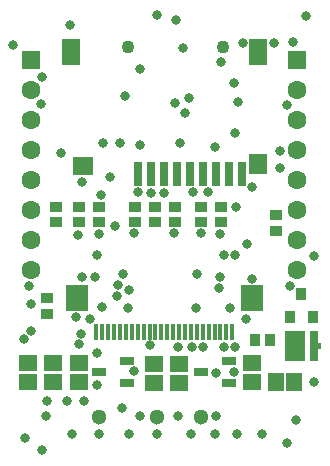
<source format=gts>
G04*
G04 #@! TF.GenerationSoftware,Altium Limited,Altium Designer,19.1.8 (144)*
G04*
G04 Layer_Color=8388736*
%FSLAX25Y25*%
%MOIN*%
G70*
G01*
G75*
%ADD16R,0.04528X0.02756*%
%ADD17R,0.05906X0.09055*%
%ADD18R,0.03150X0.07874*%
%ADD19R,0.06693X0.05906*%
%ADD20R,0.05906X0.06693*%
%ADD21R,0.03543X0.03937*%
%ADD22R,0.06693X0.09843*%
%ADD23R,0.02756X0.09843*%
%ADD24R,0.01575X0.05512*%
%ADD25R,0.07480X0.09055*%
%ADD26R,0.05906X0.05512*%
%ADD27R,0.05512X0.05906*%
%ADD28R,0.04134X0.03740*%
%ADD29R,0.03740X0.04134*%
%ADD30C,0.05118*%
%ADD31R,0.01772X0.02362*%
%ADD32C,0.04331*%
%ADD33R,0.06299X0.06299*%
%ADD34C,0.06299*%
%ADD35C,0.03150*%
D16*
X40827Y28740D02*
D03*
Y36220D02*
D03*
X31496Y32480D02*
D03*
X74547Y28740D02*
D03*
Y36220D02*
D03*
X65216Y32480D02*
D03*
D17*
X84252Y139173D02*
D03*
X22047D02*
D03*
D18*
X44291Y98622D02*
D03*
X48622D02*
D03*
X53150D02*
D03*
X57284D02*
D03*
X61614D02*
D03*
X65945D02*
D03*
X70276D02*
D03*
X74606D02*
D03*
X78937D02*
D03*
D19*
X25984Y101378D02*
D03*
D20*
X84252Y101772D02*
D03*
D21*
X98819Y58661D02*
D03*
X102559Y50787D02*
D03*
X95079D02*
D03*
D22*
X96595Y41339D02*
D03*
D23*
X103091D02*
D03*
D24*
X75787Y45965D02*
D03*
X73819D02*
D03*
X71850D02*
D03*
X67913D02*
D03*
X63976D02*
D03*
X52165D02*
D03*
X56102D02*
D03*
X60039D02*
D03*
X40354D02*
D03*
X44291D02*
D03*
X48228D02*
D03*
X32480D02*
D03*
X36417D02*
D03*
X34449D02*
D03*
X30512D02*
D03*
X46260D02*
D03*
X42323D02*
D03*
X38386D02*
D03*
X58071D02*
D03*
X54134D02*
D03*
X50197D02*
D03*
X62008D02*
D03*
X65945D02*
D03*
X69882D02*
D03*
D25*
X82284Y57284D02*
D03*
X23917Y57382D02*
D03*
D26*
X16142Y29331D02*
D03*
Y35630D02*
D03*
X82284Y35630D02*
D03*
Y29331D02*
D03*
X7677Y35630D02*
D03*
Y29331D02*
D03*
X57972Y28918D02*
D03*
Y35217D02*
D03*
X49547Y28918D02*
D03*
Y35217D02*
D03*
X24606Y29331D02*
D03*
Y35630D02*
D03*
D27*
X90217Y29331D02*
D03*
X96516D02*
D03*
D28*
X17058Y82480D02*
D03*
Y87599D02*
D03*
X31496Y82480D02*
D03*
Y87598D02*
D03*
X24606Y82480D02*
D03*
Y87598D02*
D03*
X90240Y84810D02*
D03*
Y79692D02*
D03*
X13922Y57146D02*
D03*
Y52028D02*
D03*
X56693Y82480D02*
D03*
Y87598D02*
D03*
X65256Y82480D02*
D03*
Y87598D02*
D03*
X72051Y82480D02*
D03*
Y87598D02*
D03*
X43307Y82480D02*
D03*
Y87598D02*
D03*
X49902Y82480D02*
D03*
Y87598D02*
D03*
D29*
X83268Y43307D02*
D03*
X88386D02*
D03*
D30*
X50669Y17716D02*
D03*
X65216Y17716D02*
D03*
X31496Y17716D02*
D03*
D31*
X104764Y41339D02*
D03*
D32*
X41142Y140748D02*
D03*
X72559D02*
D03*
D33*
X97441Y136614D02*
D03*
X8858D02*
D03*
D34*
X97441Y126614D02*
D03*
Y116614D02*
D03*
Y106614D02*
D03*
Y96614D02*
D03*
Y86614D02*
D03*
Y76614D02*
D03*
Y66614D02*
D03*
X8858Y126614D02*
D03*
Y116614D02*
D03*
Y106614D02*
D03*
Y96614D02*
D03*
Y86614D02*
D03*
Y76614D02*
D03*
Y66614D02*
D03*
D35*
X38922Y20620D02*
D03*
X30667Y28312D02*
D03*
X103114Y29238D02*
D03*
X95079Y61164D02*
D03*
X102958Y71362D02*
D03*
X31391Y78452D02*
D03*
X80614Y75299D02*
D03*
X65216Y78740D02*
D03*
X71755Y78676D02*
D03*
X2559Y141706D02*
D03*
X100260Y151168D02*
D03*
X18676Y105582D02*
D03*
X38386Y108824D02*
D03*
X20669Y22752D02*
D03*
X59332Y140666D02*
D03*
X12386Y130854D02*
D03*
X13923Y22752D02*
D03*
X57651Y17717D02*
D03*
X77093Y87518D02*
D03*
X25325Y45317D02*
D03*
X30690Y38878D02*
D03*
X57827Y40940D02*
D03*
X24606Y41761D02*
D03*
X48228Y41613D02*
D03*
X62205Y40940D02*
D03*
X65945Y41026D02*
D03*
X72876Y71449D02*
D03*
X63850Y54026D02*
D03*
X76378Y129016D02*
D03*
X76776Y112252D02*
D03*
X82283Y94323D02*
D03*
X77858Y122447D02*
D03*
X25689Y95787D02*
D03*
X42869Y33000D02*
D03*
X23655Y50867D02*
D03*
X8858Y55308D02*
D03*
X71755Y64275D02*
D03*
X74905Y53940D02*
D03*
X50787Y151416D02*
D03*
X89701Y142126D02*
D03*
X96114Y142598D02*
D03*
X57104Y149867D02*
D03*
X45079Y133688D02*
D03*
X40086Y124394D02*
D03*
X56693Y122095D02*
D03*
X76274Y32404D02*
D03*
X37816Y61645D02*
D03*
X37519Y57839D02*
D03*
X41038Y53822D02*
D03*
X41242Y60042D02*
D03*
X39321Y65373D02*
D03*
X28458Y50359D02*
D03*
X94051Y121614D02*
D03*
X91540Y106371D02*
D03*
X12186Y121774D02*
D03*
X6693Y10433D02*
D03*
X85630Y11811D02*
D03*
X77332D02*
D03*
X41217D02*
D03*
X61894D02*
D03*
X97192Y16416D02*
D03*
X21706Y148228D02*
D03*
X7928Y61164D02*
D03*
X22417Y11811D02*
D03*
X26378Y22752D02*
D03*
X72885Y40940D02*
D03*
X12243Y6496D02*
D03*
X94140Y8760D02*
D03*
X70045Y11811D02*
D03*
X50567D02*
D03*
X31363D02*
D03*
X13543Y17717D02*
D03*
X82405Y63535D02*
D03*
X76566Y71496D02*
D03*
X45079Y17717D02*
D03*
X6398Y43408D02*
D03*
X8858Y46143D02*
D03*
X44291Y92510D02*
D03*
X48759Y92345D02*
D03*
X53150Y92262D02*
D03*
X62847Y92510D02*
D03*
X67836Y92578D02*
D03*
X63993Y65373D02*
D03*
X25532Y64275D02*
D03*
X43077Y78740D02*
D03*
X36568Y81149D02*
D03*
X71392Y60417D02*
D03*
X30021Y64275D02*
D03*
X80293Y50359D02*
D03*
X30809Y71496D02*
D03*
X24482Y78100D02*
D03*
X32480Y54199D02*
D03*
X56508Y78855D02*
D03*
X91540Y100643D02*
D03*
X76776Y40940D02*
D03*
X70276Y17717D02*
D03*
Y32068D02*
D03*
X31875Y91550D02*
D03*
X32631Y108904D02*
D03*
X60079Y118799D02*
D03*
X45079Y108268D02*
D03*
X61339Y123799D02*
D03*
X58424Y108824D02*
D03*
X72047Y135827D02*
D03*
X35039Y97638D02*
D03*
X69882Y107480D02*
D03*
X79527Y142126D02*
D03*
M02*

</source>
